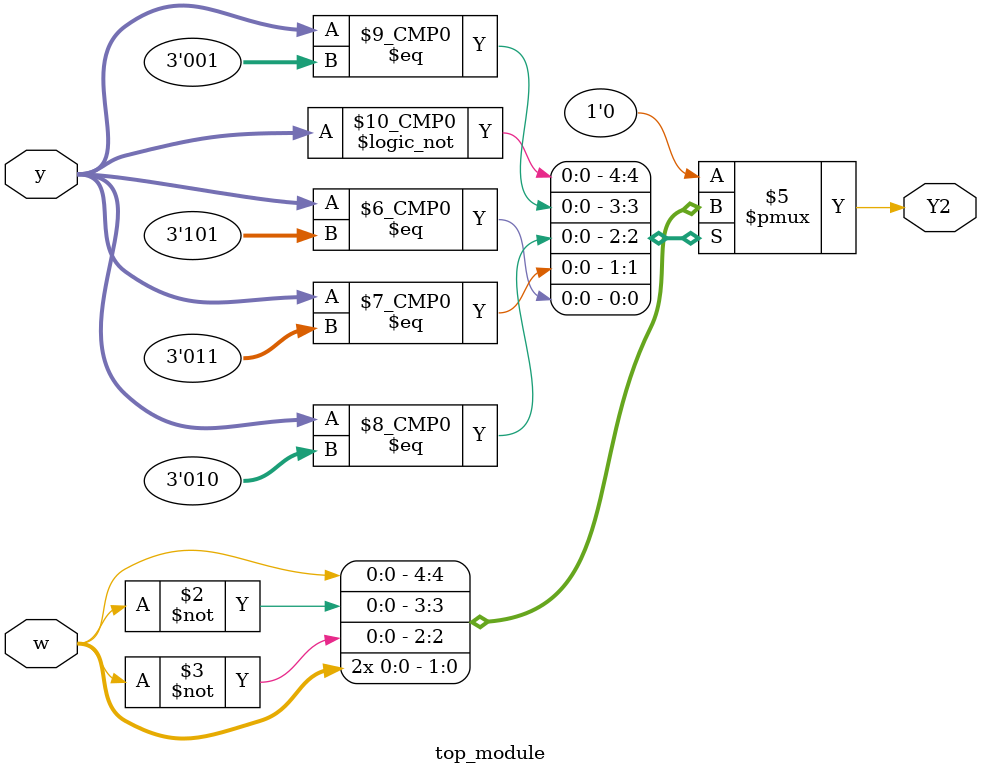
<source format=sv>
module top_module(
    input [3:1] y,
    input w,
    output reg Y2
);

always @(*) begin
    case (y)
        3'b000: // State A
            Y2 = w;
        3'b001: // State B
            Y2 = ~w;
        3'b010: // State C
            Y2 = ~w;
        3'b011: // State D
            Y2 = w;
        3'b100: // State E
            Y2 = 1'b0;
        3'b101: // State F
            Y2 = w;
        default:
            Y2 = 1'b0;
    endcase
end

endmodule

</source>
